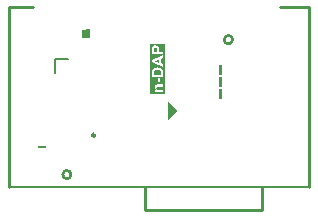
<source format=gto>
G04 Layer_Color=9279142*
%FSLAX44Y44*%
%MOMM*%
G71*
G01*
G75*
%ADD26C,0.1500*%
%ADD27C,0.2000*%
%ADD36C,0.2500*%
%ADD37C,0.2540*%
%ADD38R,0.8000X0.2750*%
G36*
X168000Y62000D02*
X165250D01*
Y70500D01*
X168000D01*
Y62000D01*
D02*
G37*
G36*
X130250Y51500D02*
Y51500D01*
X122250Y44500D01*
Y59500D01*
X130250Y51500D01*
D02*
G37*
G36*
X119250Y66500D02*
X106653D01*
Y108914D01*
X119250D01*
Y66500D01*
D02*
G37*
G36*
X55876Y113574D02*
X48773D01*
X48774Y120677D01*
X55876Y120950D01*
Y113574D01*
D02*
G37*
G36*
X167950Y82250D02*
X165200D01*
Y90750D01*
X167950D01*
Y82250D01*
D02*
G37*
G36*
Y72250D02*
X165200D01*
Y80750D01*
X167950D01*
Y72250D01*
D02*
G37*
%LPC*%
G36*
X113243Y88733D02*
X113049D01*
X112563Y88719D01*
X112133Y88678D01*
X111925Y88664D01*
X111745Y88636D01*
X111565Y88608D01*
X111412Y88581D01*
X111273Y88539D01*
X111149Y88511D01*
X111038Y88484D01*
X110955Y88470D01*
X110885Y88442D01*
X110830Y88428D01*
X110802Y88414D01*
X110788D01*
X110455Y88289D01*
X110150Y88137D01*
X109887Y87984D01*
X109665Y87832D01*
X109484Y87707D01*
X109346Y87596D01*
X109263Y87527D01*
X109235Y87513D01*
Y87499D01*
X109013Y87263D01*
X108833Y87027D01*
X108680Y86778D01*
X108555Y86556D01*
X108458Y86362D01*
X108389Y86195D01*
X108375Y86140D01*
X108361Y86098D01*
X108347Y86070D01*
Y86057D01*
X108278Y85793D01*
X108236Y85502D01*
X108195Y85197D01*
X108181Y84906D01*
X108167Y84642D01*
X108153Y84531D01*
Y84420D01*
Y84337D01*
Y84282D01*
Y84240D01*
Y84226D01*
Y80703D01*
X117750D01*
Y84337D01*
X117736Y84711D01*
X117722Y85058D01*
X117695Y85349D01*
X117653Y85585D01*
X117611Y85779D01*
X117584Y85932D01*
X117570Y85973D01*
Y86015D01*
X117556Y86029D01*
Y86043D01*
X117445Y86348D01*
X117320Y86625D01*
X117195Y86847D01*
X117071Y87041D01*
X116959Y87194D01*
X116876Y87305D01*
X116821Y87374D01*
X116793Y87402D01*
X116530Y87638D01*
X116252Y87846D01*
X115961Y88026D01*
X115697Y88165D01*
X115448Y88276D01*
X115351Y88331D01*
X115268Y88359D01*
X115184Y88386D01*
X115129Y88414D01*
X115101Y88428D01*
X115087D01*
X114754Y88525D01*
X114408Y88608D01*
X114075Y88664D01*
X113756Y88692D01*
X113603Y88706D01*
X113465Y88719D01*
X113354D01*
X113243Y88733D01*
D02*
G37*
G36*
X115184Y79622D02*
X113340D01*
Y76002D01*
X115184D01*
Y79622D01*
D02*
G37*
G36*
X117750Y74352D02*
X113146D01*
X112910Y74338D01*
X112688Y74324D01*
X112522Y74296D01*
X112383Y74282D01*
X112286Y74255D01*
X112217Y74241D01*
X112203D01*
X112036Y74199D01*
X111897Y74144D01*
X111759Y74088D01*
X111648Y74019D01*
X111551Y73963D01*
X111482Y73922D01*
X111440Y73894D01*
X111426Y73880D01*
X111301Y73769D01*
X111190Y73644D01*
X111093Y73520D01*
X111010Y73395D01*
X110941Y73284D01*
X110899Y73187D01*
X110871Y73131D01*
X110857Y73104D01*
X110788Y72909D01*
X110733Y72715D01*
X110691Y72535D01*
X110663Y72368D01*
X110649Y72216D01*
X110635Y72091D01*
Y72022D01*
Y72008D01*
Y71994D01*
X110649Y71744D01*
X110691Y71495D01*
X110746Y71273D01*
X110816Y71051D01*
X110913Y70843D01*
X111010Y70663D01*
X111121Y70482D01*
X111218Y70330D01*
X111329Y70191D01*
X111440Y70066D01*
X111537Y69955D01*
X111634Y69872D01*
X111703Y69803D01*
X111759Y69747D01*
X111800Y69720D01*
X111814Y69706D01*
X110788D01*
Y68000D01*
X117750D01*
Y69844D01*
X114214D01*
X114033Y69858D01*
X113881Y69872D01*
X113728D01*
X113603Y69886D01*
X113478Y69900D01*
X113382Y69914D01*
X113215Y69942D01*
X113104Y69955D01*
X113035Y69983D01*
X113021D01*
X112868Y70039D01*
X112716Y70122D01*
X112605Y70205D01*
X112494Y70288D01*
X112424Y70371D01*
X112355Y70441D01*
X112327Y70482D01*
X112314Y70496D01*
X112230Y70649D01*
X112161Y70801D01*
X112119Y70940D01*
X112078Y71079D01*
X112064Y71190D01*
X112050Y71273D01*
Y71342D01*
Y71356D01*
X112064Y71495D01*
X112078Y71620D01*
X112106Y71717D01*
X112147Y71814D01*
X112189Y71897D01*
X112217Y71953D01*
X112230Y71980D01*
X112244Y71994D01*
X112314Y72091D01*
X112397Y72161D01*
X112563Y72285D01*
X112646Y72327D01*
X112702Y72355D01*
X112744Y72382D01*
X112757D01*
X112827Y72410D01*
X112910Y72424D01*
X113118Y72452D01*
X113368Y72480D01*
X113603Y72493D01*
X113839Y72507D01*
X117750D01*
Y74352D01*
D02*
G37*
G36*
X111260Y107414D02*
X111107D01*
X110705Y107386D01*
X110330Y107331D01*
X110025Y107234D01*
X109748Y107137D01*
X109637Y107081D01*
X109540Y107026D01*
X109457Y106984D01*
X109374Y106929D01*
X109318Y106901D01*
X109276Y106873D01*
X109263Y106845D01*
X109249D01*
X108999Y106623D01*
X108791Y106402D01*
X108625Y106166D01*
X108500Y105958D01*
X108417Y105764D01*
X108347Y105611D01*
X108333Y105556D01*
X108320Y105514D01*
X108306Y105486D01*
Y105472D01*
X108278Y105361D01*
X108250Y105223D01*
X108236Y105056D01*
X108222Y104890D01*
X108195Y104502D01*
X108167Y104113D01*
Y103933D01*
Y103753D01*
X108153Y103600D01*
Y103448D01*
Y103337D01*
Y103253D01*
Y103184D01*
Y103170D01*
Y100064D01*
X117750D01*
Y102005D01*
X114130D01*
Y103267D01*
Y103503D01*
Y103725D01*
X114116Y103933D01*
Y104127D01*
X114103Y104307D01*
X114089Y104474D01*
X114075Y104626D01*
X114061Y104751D01*
Y104876D01*
X114047Y104973D01*
X114033Y105070D01*
X114019Y105140D01*
Y105195D01*
X114005Y105237D01*
Y105251D01*
Y105264D01*
X113950Y105458D01*
X113881Y105639D01*
X113811Y105805D01*
X113728Y105958D01*
X113659Y106083D01*
X113603Y106180D01*
X113562Y106235D01*
X113548Y106263D01*
X113409Y106443D01*
X113257Y106596D01*
X113090Y106748D01*
X112951Y106859D01*
X112813Y106956D01*
X112702Y107026D01*
X112633Y107067D01*
X112605Y107081D01*
X112369Y107192D01*
X112119Y107275D01*
X111856Y107331D01*
X111620Y107372D01*
X111426Y107400D01*
X111329D01*
X111260Y107414D01*
D02*
G37*
G36*
X117750Y99024D02*
X108153Y95168D01*
Y93116D01*
X117750Y89399D01*
Y91452D01*
X115573Y92242D01*
Y96097D01*
X117750Y96930D01*
Y99024D01*
D02*
G37*
%LPD*%
G36*
X113354Y86722D02*
X113714Y86708D01*
X114005Y86667D01*
X114255Y86639D01*
X114463Y86597D01*
X114546Y86584D01*
X114602Y86556D01*
X114657Y86542D01*
X114699D01*
X114713Y86528D01*
X114727D01*
X114949Y86445D01*
X115143Y86376D01*
X115295Y86278D01*
X115420Y86209D01*
X115517Y86140D01*
X115587Y86084D01*
X115628Y86043D01*
X115642Y86029D01*
X115739Y85904D01*
X115822Y85779D01*
X115892Y85654D01*
X115947Y85530D01*
X115989Y85419D01*
X116017Y85336D01*
X116044Y85280D01*
Y85252D01*
X116072Y85100D01*
X116086Y84919D01*
X116114Y84725D01*
Y84531D01*
X116127Y84351D01*
Y84212D01*
Y84157D01*
Y84115D01*
Y84087D01*
Y84073D01*
Y82645D01*
X109776D01*
Y83505D01*
Y83713D01*
Y83907D01*
X109789Y84087D01*
Y84254D01*
X109803Y84392D01*
Y84517D01*
X109817Y84642D01*
Y84739D01*
X109845Y84892D01*
X109859Y85003D01*
X109873Y85072D01*
Y85086D01*
X109928Y85280D01*
X109998Y85446D01*
X110067Y85599D01*
X110150Y85738D01*
X110219Y85835D01*
X110275Y85918D01*
X110316Y85960D01*
X110330Y85973D01*
X110469Y86098D01*
X110622Y86209D01*
X110774Y86306D01*
X110913Y86390D01*
X111052Y86445D01*
X111163Y86487D01*
X111232Y86514D01*
X111246Y86528D01*
X111260D01*
X111509Y86597D01*
X111773Y86653D01*
X112064Y86681D01*
X112341Y86708D01*
X112577Y86722D01*
X112688Y86736D01*
X112965D01*
X113354Y86722D01*
D02*
G37*
G36*
X111301Y105403D02*
X111440Y105389D01*
X111565Y105348D01*
X111676Y105306D01*
X111773Y105264D01*
X111842Y105237D01*
X111884Y105209D01*
X111897Y105195D01*
X112008Y105112D01*
X112106Y105001D01*
X112189Y104904D01*
X112258Y104807D01*
X112300Y104724D01*
X112341Y104654D01*
X112355Y104599D01*
X112369Y104585D01*
X112397Y104502D01*
X112411Y104404D01*
X112452Y104183D01*
X112480Y103933D01*
X112494Y103683D01*
Y103434D01*
X112508Y103337D01*
Y103240D01*
Y103170D01*
Y103115D01*
Y103073D01*
Y103059D01*
Y102005D01*
X109776D01*
Y102935D01*
Y103129D01*
Y103295D01*
Y103448D01*
X109789Y103586D01*
Y103711D01*
X109803Y103836D01*
Y104016D01*
X109817Y104155D01*
X109831Y104252D01*
X109845Y104307D01*
Y104321D01*
X109887Y104488D01*
X109942Y104640D01*
X110011Y104779D01*
X110095Y104890D01*
X110164Y104973D01*
X110219Y105042D01*
X110261Y105084D01*
X110275Y105098D01*
X110414Y105209D01*
X110552Y105278D01*
X110705Y105334D01*
X110843Y105375D01*
X110968Y105403D01*
X111065Y105417D01*
X111149D01*
X111301Y105403D01*
D02*
G37*
G36*
X113950Y92824D02*
X110386Y94128D01*
X113950Y95473D01*
Y92824D01*
D02*
G37*
D26*
X26500Y95750D02*
X37250D01*
X26500Y83750D02*
Y95750D01*
D27*
X-12700Y-12700D02*
X241300D01*
D36*
X60032Y31372D02*
G03*
X60032Y31372I-1250J0D01*
G01*
X-12700Y-12450D02*
Y140000D01*
X7750D01*
X241300Y-12450D02*
Y140000D01*
X216500D02*
X241300D01*
X102500Y-32250D02*
Y-13250D01*
Y-32250D02*
X201500D01*
Y-13000D01*
D37*
X39759Y-2000D02*
G03*
X39759Y-2000I-3509J0D01*
G01*
X176509Y112250D02*
G03*
X176509Y112250I-3509J0D01*
G01*
D38*
X15000Y21625D02*
D03*
M02*

</source>
